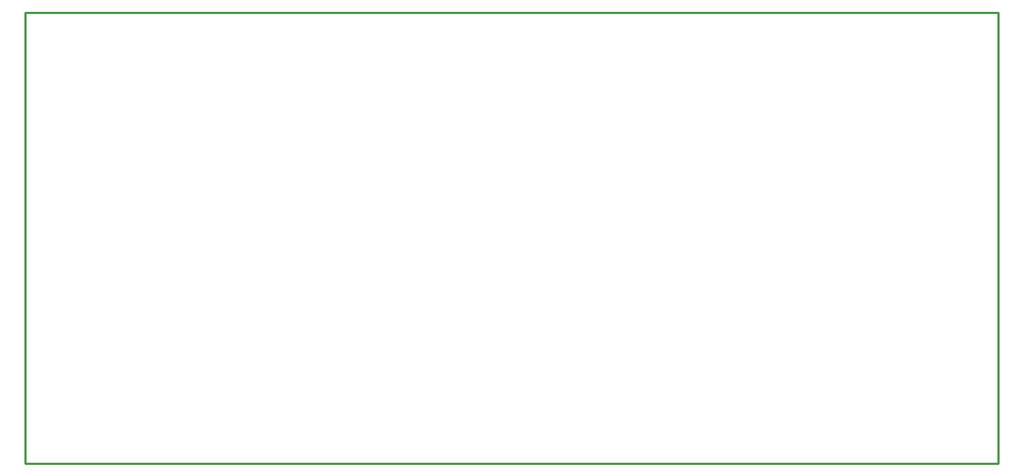
<source format=gbr>
G04 EAGLE Gerber RS-274X export*
G75*
%MOMM*%
%FSLAX34Y34*%
%LPD*%
%IN*%
%IPPOS*%
%AMOC8*
5,1,8,0,0,1.08239X$1,22.5*%
G01*
%ADD10C,0.254000*%


D10*
X6350Y247650D02*
X1120575Y247650D01*
X1120575Y765050D01*
X6350Y765050D01*
X6350Y247650D01*
M02*

</source>
